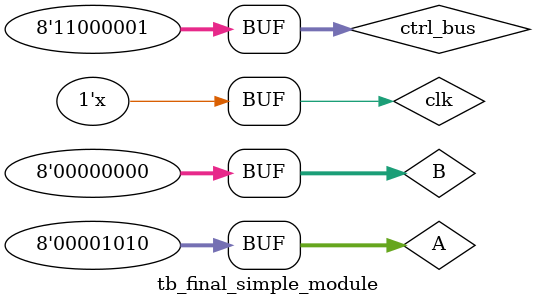
<source format=v>
`timescale 1ns / 1ps


module tb_final_simple_module;

	// Inputs
	reg clk;
	reg [7:0] A;
	reg [7:0] B;
	reg [7:0] ctrl_bus;

	// Outputs
	wire [7:0] Q;

	// Instantiate the Unit Under Test (UUT)
	simple_module uut (
		.clk(clk), 
		.A(A), 
		.B(B), 
		.Q(Q), 
		.ctrl_bus(ctrl_bus)
	);

	initial clk = 0;
	always #10 clk =~clk;
	
	initial begin
		// Initialize Inputs
		A = 0;
		B = 0;
		ctrl_bus = 8'b11000000;

		// Wait 100 ns for global reset to finish
		#80;
		A = 10;
		B = 0;
		ctrl_bus = 8'b11000001;
		// Add stimulus here

	end
      
endmodule


</source>
